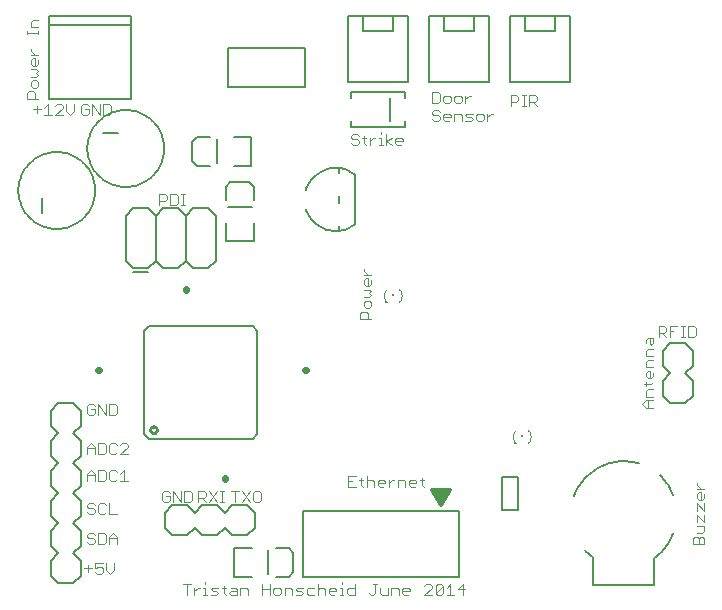
<source format=gto>
G75*
%MOIN*%
%OFA0B0*%
%FSLAX24Y24*%
%IPPOS*%
%LPD*%
%AMOC8*
5,1,8,0,0,1.08239X$1,22.5*
%
%ADD10C,0.0030*%
%ADD11C,0.0050*%
%ADD12C,0.0120*%
%ADD13C,0.0080*%
%ADD14C,0.0100*%
%ADD15C,0.0220*%
%ADD16C,0.0040*%
%ADD17R,0.0079X0.0079*%
%ADD18R,0.0098X0.0059*%
%ADD19C,0.0060*%
D10*
X002335Y001300D02*
X002581Y001300D01*
X002703Y001300D02*
X002826Y001362D01*
X002888Y001362D01*
X002950Y001300D01*
X002950Y001177D01*
X002888Y001115D01*
X002765Y001115D01*
X002703Y001177D01*
X002703Y001300D02*
X002703Y001485D01*
X002950Y001485D01*
X003071Y001485D02*
X003071Y001238D01*
X003195Y001115D01*
X003318Y001238D01*
X003318Y001485D01*
X003418Y002115D02*
X003418Y002362D01*
X003295Y002485D01*
X003171Y002362D01*
X003171Y002115D01*
X003050Y002177D02*
X003050Y002424D01*
X002988Y002485D01*
X002803Y002485D01*
X002803Y002115D01*
X002988Y002115D01*
X003050Y002177D01*
X003171Y002300D02*
X003418Y002300D01*
X002681Y002238D02*
X002681Y002177D01*
X002620Y002115D01*
X002496Y002115D01*
X002435Y002177D01*
X002496Y002300D02*
X002620Y002300D01*
X002681Y002238D01*
X002681Y002424D02*
X002620Y002485D01*
X002496Y002485D01*
X002435Y002424D01*
X002435Y002362D01*
X002496Y002300D01*
X002496Y003115D02*
X002435Y003177D01*
X002496Y003115D02*
X002620Y003115D01*
X002681Y003177D01*
X002681Y003238D01*
X002620Y003300D01*
X002496Y003300D01*
X002435Y003362D01*
X002435Y003424D01*
X002496Y003485D01*
X002620Y003485D01*
X002681Y003424D01*
X002803Y003424D02*
X002803Y003177D01*
X002865Y003115D01*
X002988Y003115D01*
X003050Y003177D01*
X003171Y003115D02*
X003418Y003115D01*
X003171Y003115D02*
X003171Y003485D01*
X003050Y003424D02*
X002988Y003485D01*
X002865Y003485D01*
X002803Y003424D01*
X002803Y004215D02*
X002988Y004215D01*
X003050Y004277D01*
X003050Y004524D01*
X002988Y004585D01*
X002803Y004585D01*
X002803Y004215D01*
X002681Y004215D02*
X002681Y004462D01*
X002558Y004585D01*
X002435Y004462D01*
X002435Y004215D01*
X002435Y004400D02*
X002681Y004400D01*
X003171Y004277D02*
X003233Y004215D01*
X003356Y004215D01*
X003418Y004277D01*
X003539Y004215D02*
X003786Y004215D01*
X003663Y004215D02*
X003663Y004585D01*
X003539Y004462D01*
X003418Y004524D02*
X003356Y004585D01*
X003233Y004585D01*
X003171Y004524D01*
X003171Y004277D01*
X003233Y005115D02*
X003356Y005115D01*
X003418Y005177D01*
X003539Y005115D02*
X003786Y005362D01*
X003786Y005424D01*
X003725Y005485D01*
X003601Y005485D01*
X003539Y005424D01*
X003418Y005424D02*
X003356Y005485D01*
X003233Y005485D01*
X003171Y005424D01*
X003171Y005177D01*
X003233Y005115D01*
X003050Y005177D02*
X003050Y005424D01*
X002988Y005485D01*
X002803Y005485D01*
X002803Y005115D01*
X002988Y005115D01*
X003050Y005177D01*
X002681Y005115D02*
X002681Y005362D01*
X002558Y005485D01*
X002435Y005362D01*
X002435Y005115D01*
X002435Y005300D02*
X002681Y005300D01*
X003539Y005115D02*
X003786Y005115D01*
X003356Y006415D02*
X003171Y006415D01*
X003171Y006785D01*
X003356Y006785D01*
X003418Y006724D01*
X003418Y006477D01*
X003356Y006415D01*
X003050Y006415D02*
X003050Y006785D01*
X002803Y006785D02*
X003050Y006415D01*
X002803Y006415D02*
X002803Y006785D01*
X002681Y006724D02*
X002620Y006785D01*
X002496Y006785D01*
X002435Y006724D01*
X002435Y006477D01*
X002496Y006415D01*
X002620Y006415D01*
X002681Y006477D01*
X002681Y006600D01*
X002558Y006600D01*
X004996Y003885D02*
X004935Y003824D01*
X004935Y003577D01*
X004996Y003515D01*
X005120Y003515D01*
X005181Y003577D01*
X005181Y003700D01*
X005058Y003700D01*
X005181Y003824D02*
X005120Y003885D01*
X004996Y003885D01*
X005303Y003885D02*
X005550Y003515D01*
X005550Y003885D01*
X005671Y003885D02*
X005856Y003885D01*
X005918Y003824D01*
X005918Y003577D01*
X005856Y003515D01*
X005671Y003515D01*
X005671Y003885D01*
X005303Y003885D02*
X005303Y003515D01*
X006135Y003515D02*
X006135Y003885D01*
X006320Y003885D01*
X006381Y003824D01*
X006381Y003700D01*
X006320Y003638D01*
X006135Y003638D01*
X006258Y003638D02*
X006381Y003515D01*
X006503Y003515D02*
X006750Y003885D01*
X006871Y003885D02*
X006995Y003885D01*
X006933Y003885D02*
X006933Y003515D01*
X006871Y003515D02*
X006995Y003515D01*
X006750Y003515D02*
X006503Y003885D01*
X007235Y003885D02*
X007481Y003885D01*
X007603Y003885D02*
X007850Y003515D01*
X007971Y003577D02*
X008033Y003515D01*
X008156Y003515D01*
X008218Y003577D01*
X008218Y003824D01*
X008156Y003885D01*
X008033Y003885D01*
X007971Y003824D01*
X007971Y003577D01*
X007850Y003885D02*
X007603Y003515D01*
X007358Y003515D02*
X007358Y003885D01*
X006985Y000724D02*
X006985Y000477D01*
X007047Y000415D01*
X007169Y000477D02*
X007231Y000538D01*
X007416Y000538D01*
X007416Y000600D02*
X007416Y000415D01*
X007231Y000415D01*
X007169Y000477D01*
X007231Y000662D02*
X007354Y000662D01*
X007416Y000600D01*
X007537Y000662D02*
X007537Y000415D01*
X007784Y000415D02*
X007784Y000600D01*
X007723Y000662D01*
X007537Y000662D01*
X007047Y000662D02*
X006924Y000662D01*
X006802Y000662D02*
X006617Y000662D01*
X006555Y000600D01*
X006617Y000538D01*
X006740Y000538D01*
X006802Y000477D01*
X006740Y000415D01*
X006555Y000415D01*
X006433Y000415D02*
X006310Y000415D01*
X006371Y000415D02*
X006371Y000662D01*
X006310Y000662D01*
X006188Y000662D02*
X006126Y000662D01*
X006003Y000538D01*
X006003Y000415D02*
X006003Y000662D01*
X005881Y000785D02*
X005635Y000785D01*
X005758Y000785D02*
X005758Y000415D01*
X006371Y000785D02*
X006371Y000847D01*
X008274Y000785D02*
X008274Y000415D01*
X008274Y000600D02*
X008521Y000600D01*
X008642Y000600D02*
X008642Y000477D01*
X008704Y000415D01*
X008828Y000415D01*
X008889Y000477D01*
X008889Y000600D01*
X008828Y000662D01*
X008704Y000662D01*
X008642Y000600D01*
X008521Y000785D02*
X008521Y000415D01*
X009011Y000415D02*
X009011Y000662D01*
X009196Y000662D01*
X009258Y000600D01*
X009258Y000415D01*
X009379Y000415D02*
X009564Y000415D01*
X009626Y000477D01*
X009564Y000538D01*
X009441Y000538D01*
X009379Y000600D01*
X009441Y000662D01*
X009626Y000662D01*
X009747Y000600D02*
X009747Y000477D01*
X009809Y000415D01*
X009994Y000415D01*
X010116Y000415D02*
X010116Y000785D01*
X010177Y000662D02*
X010301Y000662D01*
X010363Y000600D01*
X010363Y000415D01*
X010484Y000477D02*
X010484Y000600D01*
X010546Y000662D01*
X010669Y000662D01*
X010731Y000600D01*
X010731Y000538D01*
X010484Y000538D01*
X010484Y000477D02*
X010546Y000415D01*
X010669Y000415D01*
X010852Y000415D02*
X010976Y000415D01*
X010914Y000415D02*
X010914Y000662D01*
X010852Y000662D01*
X010914Y000785D02*
X010914Y000847D01*
X011160Y000662D02*
X011098Y000600D01*
X011098Y000477D01*
X011160Y000415D01*
X011345Y000415D01*
X011345Y000785D01*
X011345Y000662D02*
X011160Y000662D01*
X011834Y000477D02*
X011896Y000415D01*
X011958Y000415D01*
X012020Y000477D01*
X012020Y000785D01*
X012081Y000785D02*
X011958Y000785D01*
X012203Y000662D02*
X012203Y000477D01*
X012265Y000415D01*
X012450Y000415D01*
X012450Y000662D01*
X012571Y000662D02*
X012756Y000662D01*
X012818Y000600D01*
X012818Y000415D01*
X012939Y000477D02*
X013001Y000415D01*
X013125Y000415D01*
X013186Y000538D02*
X012939Y000538D01*
X012939Y000477D02*
X012939Y000600D01*
X013001Y000662D01*
X013125Y000662D01*
X013186Y000600D01*
X013186Y000538D01*
X013676Y000415D02*
X013923Y000662D01*
X013923Y000724D01*
X013861Y000785D01*
X013738Y000785D01*
X013676Y000724D01*
X013676Y000415D02*
X013923Y000415D01*
X014044Y000477D02*
X014291Y000724D01*
X014291Y000477D01*
X014230Y000415D01*
X014106Y000415D01*
X014044Y000477D01*
X014044Y000724D01*
X014106Y000785D01*
X014230Y000785D01*
X014291Y000724D01*
X014413Y000662D02*
X014536Y000785D01*
X014536Y000415D01*
X014413Y000415D02*
X014660Y000415D01*
X014781Y000600D02*
X015028Y000600D01*
X014966Y000415D02*
X014966Y000785D01*
X014781Y000600D01*
X012571Y000662D02*
X012571Y000415D01*
X010177Y000662D02*
X010116Y000600D01*
X009994Y000662D02*
X009809Y000662D01*
X009747Y000600D01*
X011135Y004015D02*
X011381Y004015D01*
X011565Y004077D02*
X011626Y004015D01*
X011565Y004077D02*
X011565Y004324D01*
X011626Y004262D02*
X011503Y004262D01*
X011381Y004385D02*
X011135Y004385D01*
X011135Y004015D01*
X011135Y004200D02*
X011258Y004200D01*
X011748Y004200D02*
X011810Y004262D01*
X011934Y004262D01*
X011995Y004200D01*
X011995Y004015D01*
X012117Y004077D02*
X012117Y004200D01*
X012178Y004262D01*
X012302Y004262D01*
X012364Y004200D01*
X012364Y004138D01*
X012117Y004138D01*
X012117Y004077D02*
X012178Y004015D01*
X012302Y004015D01*
X012485Y004015D02*
X012485Y004262D01*
X012608Y004262D02*
X012485Y004138D01*
X012608Y004262D02*
X012670Y004262D01*
X012792Y004262D02*
X012792Y004015D01*
X013039Y004015D02*
X013039Y004200D01*
X012977Y004262D01*
X012792Y004262D01*
X013160Y004200D02*
X013160Y004077D01*
X013222Y004015D01*
X013345Y004015D01*
X013407Y004138D02*
X013160Y004138D01*
X013160Y004200D02*
X013222Y004262D01*
X013345Y004262D01*
X013407Y004200D01*
X013407Y004138D01*
X013529Y004262D02*
X013652Y004262D01*
X013590Y004324D02*
X013590Y004077D01*
X013652Y004015D01*
X011748Y004015D02*
X011748Y004385D01*
X011781Y009615D02*
X011781Y009800D01*
X011719Y009862D01*
X011596Y009862D01*
X011534Y009800D01*
X011534Y009615D01*
X011905Y009615D01*
X011843Y009983D02*
X011719Y009983D01*
X011658Y010045D01*
X011658Y010168D01*
X011719Y010230D01*
X011843Y010230D01*
X011905Y010168D01*
X011905Y010045D01*
X011843Y009983D01*
X011843Y010352D02*
X011658Y010352D01*
X011843Y010352D02*
X011905Y010413D01*
X011843Y010475D01*
X011905Y010537D01*
X011843Y010599D01*
X011658Y010599D01*
X011719Y010720D02*
X011658Y010782D01*
X011658Y010905D01*
X011719Y010967D01*
X011781Y010967D01*
X011781Y010720D01*
X011843Y010720D02*
X011719Y010720D01*
X011843Y010720D02*
X011905Y010782D01*
X011905Y010905D01*
X011905Y011088D02*
X011658Y011088D01*
X011781Y011088D02*
X011658Y011212D01*
X011658Y011273D01*
X011726Y015415D02*
X011665Y015477D01*
X011665Y015724D01*
X011726Y015662D02*
X011603Y015662D01*
X011481Y015724D02*
X011420Y015785D01*
X011296Y015785D01*
X011235Y015724D01*
X011235Y015662D01*
X011296Y015600D01*
X011420Y015600D01*
X011481Y015538D01*
X011481Y015477D01*
X011420Y015415D01*
X011296Y015415D01*
X011235Y015477D01*
X011848Y015538D02*
X011972Y015662D01*
X012034Y015662D01*
X012155Y015662D02*
X012217Y015662D01*
X012217Y015415D01*
X012155Y015415D02*
X012279Y015415D01*
X012401Y015415D02*
X012401Y015785D01*
X012217Y015785D02*
X012217Y015847D01*
X012401Y015538D02*
X012586Y015662D01*
X012708Y015600D02*
X012770Y015662D01*
X012893Y015662D01*
X012955Y015600D01*
X012955Y015538D01*
X012708Y015538D01*
X012708Y015477D02*
X012708Y015600D01*
X012708Y015477D02*
X012770Y015415D01*
X012893Y015415D01*
X012586Y015415D02*
X012401Y015538D01*
X011848Y015415D02*
X011848Y015662D01*
X013935Y016277D02*
X013996Y016215D01*
X014120Y016215D01*
X014181Y016277D01*
X014181Y016338D01*
X014120Y016400D01*
X013996Y016400D01*
X013935Y016462D01*
X013935Y016524D01*
X013996Y016585D01*
X014120Y016585D01*
X014181Y016524D01*
X014303Y016400D02*
X014303Y016277D01*
X014365Y016215D01*
X014488Y016215D01*
X014550Y016338D02*
X014303Y016338D01*
X014303Y016400D02*
X014365Y016462D01*
X014488Y016462D01*
X014550Y016400D01*
X014550Y016338D01*
X014671Y016215D02*
X014671Y016462D01*
X014856Y016462D01*
X014918Y016400D01*
X014918Y016215D01*
X015039Y016215D02*
X015225Y016215D01*
X015286Y016277D01*
X015225Y016338D01*
X015101Y016338D01*
X015039Y016400D01*
X015101Y016462D01*
X015286Y016462D01*
X015408Y016400D02*
X015408Y016277D01*
X015470Y016215D01*
X015593Y016215D01*
X015655Y016277D01*
X015655Y016400D01*
X015593Y016462D01*
X015470Y016462D01*
X015408Y016400D01*
X015776Y016338D02*
X015900Y016462D01*
X015961Y016462D01*
X015776Y016462D02*
X015776Y016215D01*
X016552Y016715D02*
X016552Y017085D01*
X016738Y017085D01*
X016799Y017024D01*
X016799Y016900D01*
X016738Y016838D01*
X016552Y016838D01*
X016921Y016715D02*
X017044Y016715D01*
X016982Y016715D02*
X016982Y017085D01*
X016921Y017085D02*
X017044Y017085D01*
X017166Y017085D02*
X017351Y017085D01*
X017413Y017024D01*
X017413Y016900D01*
X017351Y016838D01*
X017166Y016838D01*
X017166Y016715D02*
X017166Y017085D01*
X017290Y016838D02*
X017413Y016715D01*
X015225Y017062D02*
X015163Y017062D01*
X015039Y016938D01*
X015039Y016815D02*
X015039Y017062D01*
X014918Y017000D02*
X014856Y017062D01*
X014733Y017062D01*
X014671Y017000D01*
X014671Y016877D01*
X014733Y016815D01*
X014856Y016815D01*
X014918Y016877D01*
X014918Y017000D01*
X014550Y017000D02*
X014550Y016877D01*
X014488Y016815D01*
X014365Y016815D01*
X014303Y016877D01*
X014303Y017000D01*
X014365Y017062D01*
X014488Y017062D01*
X014550Y017000D01*
X014181Y016877D02*
X014181Y017124D01*
X014120Y017185D01*
X013935Y017185D01*
X013935Y016815D01*
X014120Y016815D01*
X014181Y016877D01*
X005695Y013785D02*
X005571Y013785D01*
X005633Y013785D02*
X005633Y013415D01*
X005571Y013415D02*
X005695Y013415D01*
X005450Y013477D02*
X005450Y013724D01*
X005388Y013785D01*
X005203Y013785D01*
X005203Y013415D01*
X005388Y013415D01*
X005450Y013477D01*
X005081Y013600D02*
X005020Y013538D01*
X004835Y013538D01*
X004835Y013415D02*
X004835Y013785D01*
X005020Y013785D01*
X005081Y013724D01*
X005081Y013600D01*
X003156Y016415D02*
X002971Y016415D01*
X002971Y016785D01*
X003156Y016785D01*
X003218Y016724D01*
X003218Y016477D01*
X003156Y016415D01*
X002850Y016415D02*
X002850Y016785D01*
X002603Y016785D02*
X002603Y016415D01*
X002481Y016477D02*
X002481Y016600D01*
X002358Y016600D01*
X002481Y016477D02*
X002420Y016415D01*
X002296Y016415D01*
X002235Y016477D01*
X002235Y016724D01*
X002296Y016785D01*
X002420Y016785D01*
X002481Y016724D01*
X002603Y016785D02*
X002850Y016415D01*
X001986Y016538D02*
X001986Y016785D01*
X001739Y016785D02*
X001739Y016538D01*
X001863Y016415D01*
X001986Y016538D01*
X001618Y016415D02*
X001371Y016415D01*
X001618Y016662D01*
X001618Y016724D01*
X001556Y016785D01*
X001433Y016785D01*
X001371Y016724D01*
X001126Y016785D02*
X001126Y016415D01*
X001003Y016415D02*
X001250Y016415D01*
X001003Y016662D02*
X001126Y016785D01*
X000881Y016600D02*
X000635Y016600D01*
X000758Y016477D02*
X000758Y016724D01*
X000805Y016953D02*
X000434Y016953D01*
X000434Y017138D01*
X000496Y017200D01*
X000619Y017200D01*
X000681Y017138D01*
X000681Y016953D01*
X000619Y017321D02*
X000743Y017321D01*
X000805Y017383D01*
X000805Y017506D01*
X000743Y017568D01*
X000619Y017568D01*
X000558Y017506D01*
X000558Y017383D01*
X000619Y017321D01*
X000558Y017689D02*
X000743Y017689D01*
X000805Y017751D01*
X000743Y017813D01*
X000805Y017874D01*
X000743Y017936D01*
X000558Y017936D01*
X000619Y018058D02*
X000558Y018119D01*
X000558Y018243D01*
X000619Y018304D01*
X000681Y018304D01*
X000681Y018058D01*
X000743Y018058D02*
X000619Y018058D01*
X000743Y018058D02*
X000805Y018119D01*
X000805Y018243D01*
X000805Y018426D02*
X000558Y018426D01*
X000681Y018426D02*
X000558Y018549D01*
X000558Y018611D01*
X000434Y019101D02*
X000434Y019225D01*
X000434Y019163D02*
X000805Y019163D01*
X000805Y019101D02*
X000805Y019225D01*
X000805Y019347D02*
X000558Y019347D01*
X000558Y019532D01*
X000619Y019594D01*
X000805Y019594D01*
X002458Y001424D02*
X002458Y001177D01*
X020934Y006783D02*
X021058Y006906D01*
X021305Y006906D01*
X021305Y007028D02*
X021058Y007028D01*
X021058Y007213D01*
X021119Y007275D01*
X021305Y007275D01*
X021243Y007458D02*
X021305Y007520D01*
X021243Y007458D02*
X020996Y007458D01*
X021058Y007396D02*
X021058Y007520D01*
X021119Y007642D02*
X021058Y007703D01*
X021058Y007827D01*
X021119Y007889D01*
X021181Y007889D01*
X021181Y007642D01*
X021243Y007642D02*
X021119Y007642D01*
X021243Y007642D02*
X021305Y007703D01*
X021305Y007827D01*
X021305Y008010D02*
X021058Y008010D01*
X021058Y008195D01*
X021119Y008257D01*
X021305Y008257D01*
X021305Y008378D02*
X021058Y008378D01*
X021058Y008564D01*
X021119Y008625D01*
X021305Y008625D01*
X021243Y008747D02*
X021181Y008808D01*
X021181Y008994D01*
X021119Y008994D02*
X021305Y008994D01*
X021305Y008808D01*
X021243Y008747D01*
X021058Y008808D02*
X021058Y008932D01*
X021119Y008994D01*
X021484Y009015D02*
X021484Y009385D01*
X021669Y009385D01*
X021731Y009324D01*
X021731Y009200D01*
X021669Y009138D01*
X021484Y009138D01*
X021607Y009138D02*
X021731Y009015D01*
X021852Y009015D02*
X021852Y009385D01*
X022099Y009385D01*
X022221Y009385D02*
X022344Y009385D01*
X022282Y009385D02*
X022282Y009015D01*
X022221Y009015D02*
X022344Y009015D01*
X022466Y009015D02*
X022651Y009015D01*
X022713Y009077D01*
X022713Y009324D01*
X022651Y009385D01*
X022466Y009385D01*
X022466Y009015D01*
X021976Y009200D02*
X021852Y009200D01*
X021119Y006906D02*
X021119Y006660D01*
X021058Y006660D02*
X020934Y006783D01*
X021058Y006660D02*
X021305Y006660D01*
X022758Y004142D02*
X022758Y004080D01*
X022881Y003957D01*
X022881Y003835D02*
X022881Y003588D01*
X022819Y003588D02*
X022758Y003650D01*
X022758Y003773D01*
X022819Y003835D01*
X022881Y003835D01*
X023005Y003773D02*
X023005Y003650D01*
X022943Y003588D01*
X022819Y003588D01*
X022758Y003467D02*
X023005Y003220D01*
X023005Y003467D01*
X022758Y003467D02*
X022758Y003220D01*
X022758Y003099D02*
X023005Y002852D01*
X023005Y003099D01*
X022758Y003099D02*
X022758Y002852D01*
X022758Y002730D02*
X023005Y002730D01*
X023005Y002545D01*
X022943Y002483D01*
X022758Y002483D01*
X022758Y002362D02*
X022819Y002300D01*
X022819Y002115D01*
X022634Y002115D02*
X022634Y002300D01*
X022696Y002362D01*
X022758Y002362D01*
X022819Y002300D02*
X022881Y002362D01*
X022943Y002362D01*
X023005Y002300D01*
X023005Y002115D01*
X022634Y002115D01*
X022758Y003957D02*
X023005Y003957D01*
D11*
X014820Y003200D02*
X014820Y001000D01*
X009620Y001000D01*
X009620Y003200D01*
X014820Y003200D01*
X008470Y001900D02*
X008470Y001100D01*
X007920Y013350D02*
X007120Y013350D01*
X006770Y014800D02*
X006770Y015600D01*
X011120Y017500D02*
X013120Y017500D01*
X013120Y019700D01*
X012620Y019700D01*
X012620Y019200D01*
X011620Y019200D01*
X011620Y019700D01*
X012620Y019700D01*
X011620Y019700D02*
X011120Y019700D01*
X011120Y017500D01*
X013820Y017500D02*
X015820Y017500D01*
X015820Y019700D01*
X015320Y019700D01*
X015320Y019200D01*
X014320Y019200D01*
X014320Y019700D01*
X015320Y019700D01*
X014320Y019700D02*
X013820Y019700D01*
X013820Y017500D01*
X016520Y017500D02*
X018520Y017500D01*
X018520Y019700D01*
X018020Y019700D01*
X018020Y019200D01*
X017020Y019200D01*
X017020Y019700D01*
X018020Y019700D01*
X017020Y019700D02*
X016520Y019700D01*
X016520Y017500D01*
D12*
X014520Y003900D02*
X013920Y003900D01*
X014220Y003400D01*
X014520Y003900D01*
X014020Y003800D01*
X014420Y003800D01*
X014220Y003500D01*
X014120Y003700D01*
X014320Y003700D01*
X014220Y003600D01*
D13*
X001470Y000800D02*
X001220Y001050D01*
X001220Y001550D01*
X001470Y001800D01*
X001220Y002050D01*
X001220Y002550D01*
X001470Y002800D01*
X001220Y003050D01*
X001220Y003550D01*
X001470Y003800D01*
X001220Y004050D01*
X001220Y004550D01*
X001470Y004800D01*
X001220Y005050D01*
X001220Y005550D01*
X001470Y005800D01*
X001220Y006050D01*
X001220Y006550D01*
X001470Y006800D01*
X001970Y006800D01*
X002220Y006550D01*
X002220Y006050D01*
X001970Y005800D01*
X002220Y005550D01*
X002220Y005050D01*
X001970Y004800D01*
X002220Y004550D01*
X002220Y004050D01*
X001970Y003800D01*
X002220Y003550D01*
X002220Y003050D01*
X001970Y002800D01*
X002220Y002550D01*
X002220Y002050D01*
X001970Y001800D01*
X002220Y001550D01*
X002220Y001050D01*
X001970Y000800D01*
X001470Y000800D01*
X005020Y002650D02*
X005020Y003150D01*
X005270Y003400D01*
X005770Y003400D01*
X006020Y003150D01*
X006270Y003400D01*
X006770Y003400D01*
X007020Y003150D01*
X007270Y003400D01*
X007770Y003400D01*
X008020Y003150D01*
X008020Y002650D01*
X007770Y002400D01*
X007270Y002400D01*
X007020Y002650D01*
X006770Y002400D01*
X006270Y002400D01*
X006020Y002650D01*
X005770Y002400D01*
X005270Y002400D01*
X005020Y002650D01*
X007335Y001972D02*
X007335Y001028D01*
X007926Y001028D01*
X008713Y001028D02*
X009146Y001028D01*
X009304Y001185D01*
X009304Y001815D01*
X009146Y001972D01*
X008713Y001972D01*
X007926Y001972D02*
X007335Y001972D01*
X007952Y005610D02*
X004487Y005610D01*
X004330Y005768D01*
X004330Y009232D01*
X004487Y009390D01*
X007952Y009390D01*
X008109Y009232D01*
X008109Y005768D01*
X007952Y005610D01*
X006470Y011300D02*
X005970Y011300D01*
X005720Y011550D01*
X005720Y013050D01*
X005970Y013300D01*
X006470Y013300D01*
X006720Y013050D01*
X006720Y011550D01*
X006470Y011300D01*
X005720Y011550D02*
X005470Y011300D01*
X004970Y011300D01*
X004720Y011550D01*
X004720Y013050D01*
X004970Y013300D01*
X005470Y013300D01*
X005720Y013050D01*
X004720Y013050D02*
X004470Y013300D01*
X003970Y013300D01*
X003720Y013050D01*
X003720Y011550D01*
X003970Y011300D01*
X004470Y011300D01*
X004720Y011550D01*
X004470Y011168D02*
X003970Y011168D01*
X000140Y013900D02*
X000142Y013971D01*
X000148Y014042D01*
X000158Y014113D01*
X000172Y014182D01*
X000189Y014251D01*
X000211Y014319D01*
X000236Y014386D01*
X000265Y014451D01*
X000297Y014514D01*
X000333Y014576D01*
X000372Y014635D01*
X000415Y014692D01*
X000460Y014747D01*
X000509Y014799D01*
X000560Y014848D01*
X000614Y014894D01*
X000671Y014938D01*
X000729Y014978D01*
X000790Y015014D01*
X000853Y015048D01*
X000918Y015077D01*
X000984Y015103D01*
X001052Y015126D01*
X001120Y015144D01*
X001190Y015159D01*
X001260Y015170D01*
X001331Y015177D01*
X001402Y015180D01*
X001473Y015179D01*
X001544Y015174D01*
X001615Y015165D01*
X001685Y015152D01*
X001754Y015136D01*
X001822Y015115D01*
X001889Y015091D01*
X001955Y015063D01*
X002018Y015031D01*
X002080Y014996D01*
X002140Y014958D01*
X002198Y014916D01*
X002253Y014872D01*
X002306Y014824D01*
X002356Y014773D01*
X002403Y014720D01*
X002447Y014664D01*
X002488Y014606D01*
X002526Y014545D01*
X002560Y014483D01*
X002590Y014418D01*
X002617Y014353D01*
X002641Y014285D01*
X002660Y014217D01*
X002676Y014148D01*
X002688Y014077D01*
X002696Y014007D01*
X002700Y013936D01*
X002700Y013864D01*
X002696Y013793D01*
X002688Y013723D01*
X002676Y013652D01*
X002660Y013583D01*
X002641Y013515D01*
X002617Y013447D01*
X002590Y013382D01*
X002560Y013317D01*
X002526Y013255D01*
X002488Y013194D01*
X002447Y013136D01*
X002403Y013080D01*
X002356Y013027D01*
X002306Y012976D01*
X002253Y012928D01*
X002198Y012884D01*
X002140Y012842D01*
X002080Y012804D01*
X002018Y012769D01*
X001955Y012737D01*
X001889Y012709D01*
X001822Y012685D01*
X001754Y012664D01*
X001685Y012648D01*
X001615Y012635D01*
X001544Y012626D01*
X001473Y012621D01*
X001402Y012620D01*
X001331Y012623D01*
X001260Y012630D01*
X001190Y012641D01*
X001120Y012656D01*
X001052Y012674D01*
X000984Y012697D01*
X000918Y012723D01*
X000853Y012752D01*
X000790Y012786D01*
X000729Y012822D01*
X000671Y012862D01*
X000614Y012906D01*
X000560Y012952D01*
X000509Y013001D01*
X000460Y013053D01*
X000415Y013108D01*
X000372Y013165D01*
X000333Y013224D01*
X000297Y013286D01*
X000265Y013349D01*
X000236Y013414D01*
X000211Y013481D01*
X000189Y013549D01*
X000172Y013618D01*
X000158Y013687D01*
X000148Y013758D01*
X000142Y013829D01*
X000140Y013900D01*
X000920Y013650D02*
X000920Y013150D01*
X002970Y015800D02*
X003470Y015800D01*
X002440Y015300D02*
X002442Y015371D01*
X002448Y015442D01*
X002458Y015513D01*
X002472Y015582D01*
X002489Y015651D01*
X002511Y015719D01*
X002536Y015786D01*
X002565Y015851D01*
X002597Y015914D01*
X002633Y015976D01*
X002672Y016035D01*
X002715Y016092D01*
X002760Y016147D01*
X002809Y016199D01*
X002860Y016248D01*
X002914Y016294D01*
X002971Y016338D01*
X003029Y016378D01*
X003090Y016414D01*
X003153Y016448D01*
X003218Y016477D01*
X003284Y016503D01*
X003352Y016526D01*
X003420Y016544D01*
X003490Y016559D01*
X003560Y016570D01*
X003631Y016577D01*
X003702Y016580D01*
X003773Y016579D01*
X003844Y016574D01*
X003915Y016565D01*
X003985Y016552D01*
X004054Y016536D01*
X004122Y016515D01*
X004189Y016491D01*
X004255Y016463D01*
X004318Y016431D01*
X004380Y016396D01*
X004440Y016358D01*
X004498Y016316D01*
X004553Y016272D01*
X004606Y016224D01*
X004656Y016173D01*
X004703Y016120D01*
X004747Y016064D01*
X004788Y016006D01*
X004826Y015945D01*
X004860Y015883D01*
X004890Y015818D01*
X004917Y015753D01*
X004941Y015685D01*
X004960Y015617D01*
X004976Y015548D01*
X004988Y015477D01*
X004996Y015407D01*
X005000Y015336D01*
X005000Y015264D01*
X004996Y015193D01*
X004988Y015123D01*
X004976Y015052D01*
X004960Y014983D01*
X004941Y014915D01*
X004917Y014847D01*
X004890Y014782D01*
X004860Y014717D01*
X004826Y014655D01*
X004788Y014594D01*
X004747Y014536D01*
X004703Y014480D01*
X004656Y014427D01*
X004606Y014376D01*
X004553Y014328D01*
X004498Y014284D01*
X004440Y014242D01*
X004380Y014204D01*
X004318Y014169D01*
X004255Y014137D01*
X004189Y014109D01*
X004122Y014085D01*
X004054Y014064D01*
X003985Y014048D01*
X003915Y014035D01*
X003844Y014026D01*
X003773Y014021D01*
X003702Y014020D01*
X003631Y014023D01*
X003560Y014030D01*
X003490Y014041D01*
X003420Y014056D01*
X003352Y014074D01*
X003284Y014097D01*
X003218Y014123D01*
X003153Y014152D01*
X003090Y014186D01*
X003029Y014222D01*
X002971Y014262D01*
X002914Y014306D01*
X002860Y014352D01*
X002809Y014401D01*
X002760Y014453D01*
X002715Y014508D01*
X002672Y014565D01*
X002633Y014624D01*
X002597Y014686D01*
X002565Y014749D01*
X002536Y014814D01*
X002511Y014881D01*
X002489Y014949D01*
X002472Y015018D01*
X002458Y015087D01*
X002448Y015158D01*
X002442Y015229D01*
X002440Y015300D01*
X001153Y016961D02*
X001153Y019402D01*
X003909Y019402D01*
X003909Y016961D01*
X001153Y016961D01*
X001153Y019402D02*
X001153Y019717D01*
X003909Y019717D01*
X003909Y019402D01*
X007130Y018650D02*
X007130Y017350D01*
X009710Y017350D01*
X009710Y018650D01*
X007130Y018650D01*
X007313Y015672D02*
X007904Y015672D01*
X007904Y014728D01*
X007313Y014728D01*
X007205Y014184D02*
X007047Y014027D01*
X007047Y013594D01*
X007205Y014184D02*
X007834Y014184D01*
X007992Y014027D01*
X007992Y013594D01*
X007992Y012806D02*
X007992Y012216D01*
X007047Y012216D01*
X007047Y012806D01*
X006526Y014728D02*
X006093Y014728D01*
X005935Y014885D01*
X005935Y015515D01*
X006093Y015672D01*
X006526Y015672D01*
X010820Y014645D02*
X010820Y014487D01*
X011370Y014425D02*
X011370Y012775D01*
X010820Y012713D02*
X010820Y012555D01*
X010820Y013487D02*
X010820Y013713D01*
X011370Y014425D02*
X011319Y014462D01*
X011266Y014497D01*
X011210Y014529D01*
X011153Y014557D01*
X011094Y014581D01*
X011034Y014602D01*
X010973Y014619D01*
X010911Y014633D01*
X010848Y014642D01*
X010785Y014648D01*
X010721Y014650D01*
X010657Y014648D01*
X010594Y014642D01*
X010531Y014633D01*
X010469Y014620D01*
X010408Y014602D01*
X010348Y014582D01*
X010289Y014557D01*
X010232Y014530D01*
X010176Y014498D01*
X010123Y014464D01*
X010072Y014426D01*
X010023Y014385D01*
X009977Y014341D01*
X009933Y014295D01*
X009892Y014246D01*
X009855Y014195D01*
X009820Y014141D01*
X009789Y014086D01*
X009761Y014029D01*
X009737Y013970D01*
X009717Y013910D01*
X009717Y013290D02*
X009737Y013230D01*
X009761Y013171D01*
X009789Y013114D01*
X009820Y013059D01*
X009855Y013005D01*
X009892Y012954D01*
X009933Y012905D01*
X009977Y012859D01*
X010023Y012815D01*
X010072Y012774D01*
X010123Y012736D01*
X010176Y012702D01*
X010232Y012671D01*
X010289Y012643D01*
X010348Y012618D01*
X010408Y012598D01*
X010469Y012580D01*
X010531Y012567D01*
X010594Y012558D01*
X010657Y012552D01*
X010721Y012550D01*
X010785Y012552D01*
X010848Y012558D01*
X010911Y012567D01*
X010973Y012581D01*
X011034Y012598D01*
X011094Y012619D01*
X011153Y012643D01*
X011210Y012671D01*
X011266Y012703D01*
X011319Y012738D01*
X011370Y012775D01*
X011214Y016029D02*
X011214Y016206D01*
X011214Y016029D02*
X013025Y016029D01*
X013025Y016206D01*
X012513Y016206D02*
X012513Y016994D01*
X013025Y016994D02*
X013025Y017171D01*
X011214Y017171D01*
X011214Y016994D01*
X021620Y008550D02*
X021620Y008050D01*
X021870Y007800D01*
X021620Y007550D01*
X021620Y007050D01*
X021870Y006800D01*
X022370Y006800D01*
X022620Y007050D01*
X022620Y007550D01*
X022370Y007800D01*
X022620Y008050D01*
X022620Y008550D01*
X022370Y008800D01*
X021870Y008800D01*
X021620Y008550D01*
X021972Y002471D02*
X021941Y002396D01*
X021907Y002323D01*
X021869Y002251D01*
X021829Y002181D01*
X021785Y002113D01*
X021739Y002046D01*
X021690Y001982D01*
X021638Y001919D01*
X021584Y001859D01*
X021527Y001802D01*
X021468Y001747D01*
X021406Y001694D01*
X021342Y001644D01*
X021343Y001643D02*
X021343Y000738D01*
X019296Y000738D01*
X019296Y001683D01*
X019296Y001682D02*
X019237Y001721D01*
X019180Y001762D01*
X019124Y001805D01*
X019071Y001851D01*
X019020Y001900D01*
X021970Y003750D02*
X021939Y003823D01*
X021904Y003895D01*
X021867Y003965D01*
X021826Y004033D01*
X021782Y004100D01*
X021735Y004165D01*
X021685Y004227D01*
X021633Y004287D01*
X021578Y004345D01*
X021520Y004400D01*
X020820Y004800D02*
X020740Y004822D01*
X020659Y004840D01*
X020577Y004854D01*
X020495Y004865D01*
X020413Y004871D01*
X020330Y004874D01*
X020248Y004873D01*
X020165Y004868D01*
X020083Y004859D01*
X020001Y004846D01*
X019920Y004829D01*
X019840Y004809D01*
X019761Y004784D01*
X019683Y004757D01*
X019606Y004725D01*
X019531Y004690D01*
X019458Y004651D01*
X019387Y004610D01*
X019318Y004564D01*
X019251Y004516D01*
X019186Y004464D01*
X019124Y004410D01*
X019064Y004352D01*
X019007Y004292D01*
X018953Y004230D01*
X018902Y004164D01*
X018854Y004097D01*
X018810Y004027D01*
X018769Y003956D01*
X018731Y003882D01*
X018696Y003807D01*
X018666Y003730D01*
D14*
X004534Y005925D02*
X004536Y005945D01*
X004541Y005965D01*
X004551Y005983D01*
X004563Y006000D01*
X004578Y006014D01*
X004596Y006024D01*
X004615Y006032D01*
X004635Y006036D01*
X004655Y006036D01*
X004675Y006032D01*
X004694Y006024D01*
X004712Y006014D01*
X004727Y006000D01*
X004739Y005983D01*
X004749Y005965D01*
X004754Y005945D01*
X004756Y005925D01*
X004754Y005905D01*
X004749Y005885D01*
X004739Y005867D01*
X004727Y005850D01*
X004712Y005836D01*
X004694Y005826D01*
X004675Y005818D01*
X004655Y005814D01*
X004635Y005814D01*
X004615Y005818D01*
X004596Y005826D01*
X004578Y005836D01*
X004563Y005850D01*
X004551Y005867D01*
X004541Y005885D01*
X004536Y005905D01*
X004534Y005925D01*
D15*
X002832Y007900D02*
X002808Y007900D01*
X005720Y010588D02*
X005720Y010612D01*
X009708Y007900D02*
X009732Y007900D01*
X007020Y004312D02*
X007020Y004288D01*
D16*
X012423Y010183D02*
X012400Y010206D01*
X012380Y010232D01*
X012363Y010260D01*
X012349Y010289D01*
X012338Y010320D01*
X012331Y010351D01*
X012327Y010384D01*
X012327Y010416D01*
X012331Y010449D01*
X012338Y010480D01*
X012349Y010511D01*
X012363Y010540D01*
X012380Y010568D01*
X012400Y010594D01*
X012423Y010617D01*
X012817Y010617D02*
X012840Y010594D01*
X012860Y010568D01*
X012877Y010540D01*
X012891Y010511D01*
X012902Y010480D01*
X012909Y010449D01*
X012913Y010416D01*
X012913Y010384D01*
X012909Y010351D01*
X012902Y010320D01*
X012891Y010289D01*
X012877Y010260D01*
X012860Y010232D01*
X012840Y010206D01*
X012817Y010183D01*
X016723Y005917D02*
X016700Y005894D01*
X016680Y005868D01*
X016663Y005840D01*
X016649Y005811D01*
X016638Y005780D01*
X016631Y005749D01*
X016627Y005716D01*
X016627Y005684D01*
X016631Y005651D01*
X016638Y005620D01*
X016649Y005589D01*
X016663Y005560D01*
X016680Y005532D01*
X016700Y005506D01*
X016723Y005483D01*
X017117Y005483D02*
X017140Y005506D01*
X017160Y005532D01*
X017177Y005560D01*
X017191Y005589D01*
X017202Y005620D01*
X017209Y005651D01*
X017213Y005684D01*
X017213Y005716D01*
X017209Y005749D01*
X017202Y005780D01*
X017191Y005811D01*
X017177Y005840D01*
X017160Y005868D01*
X017140Y005894D01*
X017117Y005917D01*
D17*
X016920Y005700D03*
X012620Y010400D03*
D18*
X012393Y010193D03*
X016693Y005493D03*
D19*
X016780Y004360D02*
X016260Y004360D01*
X016260Y003240D01*
X016780Y003240D01*
X016780Y004360D01*
M02*

</source>
